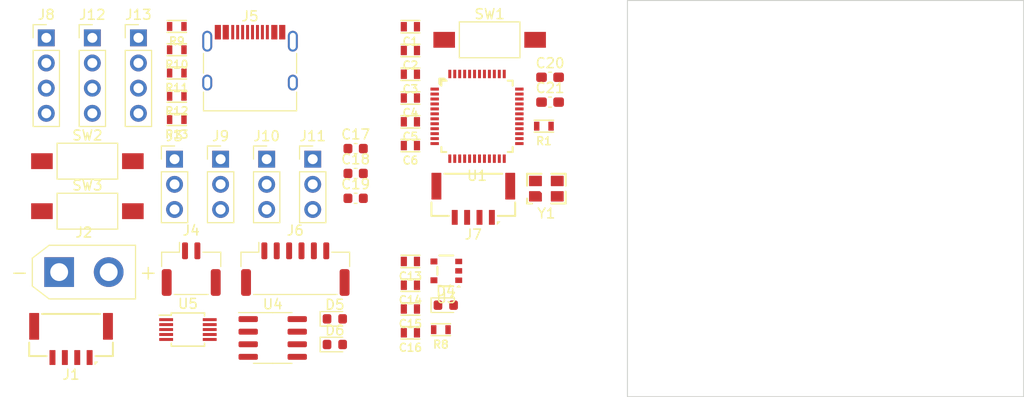
<source format=kicad_pcb>
(kicad_pcb (version 20221018) (generator pcbnew)
  (layers (0 "F.Cu" signal) (31 "B.Cu" signal) (34 "B.Paste" user) (35 "F.Paste" user) (36 "B.SilkS" user "B.Silkscreen") (37 "F.SilkS" user "F.Silkscreen") (38 "B.Mask" user) (39 "F.Mask" user) (44 "Edge.Cuts" user))
  (net 0 "")
  (net 1 "GND")
  (net 2 "/MCU/RESET")
  (net 3 "/MCU/VCC")
  (net 4 "/port/5V")
  (net 5 "/MCU/XTAL_I")
  (net 6 "/MCU/XTAL_O")
  (net 7 "Net-(D4-A)")
  (net 8 "/MCU/LED1")
  (net 9 "Net-(D5-A)")
  (net 10 "/MCU/LED2")
  (net 11 "Net-(D6-A)")
  (net 12 "/MCU/TXD")
  (net 13 "/MCU/RXD")
  (net 14 "/MCU/TIM1_CH1")
  (net 15 "/port/-")
  (net 16 "/port/+")
  (net 18 "/port/DP")
  (net 19 "/port/DN")
  (net 23 "/MCU/SPI_CS")
  (net 24 "/MCU/SPI_SCK")
  (net 25 "/MCU/SPI_MISO")
  (net 26 "/MCU/SPI_MOSI")
  (net 27 "/MCU/GPIO")
  (net 28 "/MCU/DIO")
  (net 29 "/MCU/CLK")
  (net 30 "/MCU/i2C1_SCL")
  (net 31 "/MCU/i2C1_SDA")
  (net 32 "/MCU/TIM1_CH2")
  (net 33 "/MCU/TIM2_CH2")
  (net 34 "/MCU/TIM2_CH1")
  (net 35 "/MCU/PB13")
  (net 36 "/MCU/PB12")
  (net 37 "/MCU/PB15")
  (net 38 "/MCU/PB14")
  (net 39 "/MCU/PB1")
  (net 40 "/MCU/PB2")
  (net 47 "/MCU/CAN_RX")
  (net 48 "/MCU/CAN_TX")
  (footprint "Capacitor_SMD:C_0603_1608Metric" (layer "F.Cu") (at 152.56 86.95)
    (fp_text reference "C17" (at 0 -1.43) (layer "F.SilkS"))
    (fp_text value "100n")
    (fp_line (start -0.14058 -0.51) (end 0.14058 -0.51) (stroke (width 0.12)) (layer "F.SilkS"))
    (fp_line (start -0.14058 0.51) (end 0.14058 0.51) (stroke (width 0.12)) (layer "F.SilkS"))
    (pad "1" smd roundrect (at -0.775 0) (size 0.9 0.95) (layers "F.Cu" "F.Paste" "F.Mask") (net 1 "GND"))
    (pad "2" smd roundrect (at 0.775 0) (size 0.9 0.95) (layers "F.Cu" "F.Paste" "F.Mask") (net 3 "/MCU/VCC"))
  )
  (footprint "PCM_001_GN_RCL_SMD:R0603(1608M)" (layer "F.Cu") (at 134.505 81.67)
    (fp_text reference "R12" (at 0 1.5) (layer "F.SilkS") (effects (font (size 0.8 0.8))))
    (fp_text value "10k")
    (fp_line (start -0.975 -0.6) (end 0.975 -0.6) (stroke (width 0.15)) (layer "F.SilkS"))
    (fp_line (start -0.975 0.6) (end 0.975 0.6) (stroke (width 0.15)) (layer "F.SilkS"))
    (pad "1" smd roundrect (at -0.725 0 90) (size 0.9 0.55) (layers "F.Cu" "F.Mask") (roundrect_rratio 0.05) (net 39 "/MCU/PB1"))
    (pad "2" smd roundrect (at 0.725 0 90) (size 0.9 0.55) (layers "F.Cu" "F.Mask") (roundrect_rratio 0.05) (net 3 "/MCU/VCC"))
  )
  (footprint "Connector_JST:JST_GH_SM06B-GHS-TB_1x06-1MP_P1.25mm_Horizontal" (layer "F.Cu") (at 146.47 99.12)
    (fp_text reference "J6" (at 0 -3.9) (layer "F.SilkS"))
    (fp_text value "Conn_01x06")
    (fp_line (start -5.485 -1.71) (end -3.685 -1.71) (stroke (width 0.12)) (layer "F.SilkS"))
    (fp_line (start -5.485 -0.26) (end -5.485 -1.71) (stroke (width 0.12)) (layer "F.SilkS"))
    (fp_line (start -4.215 2.56) (end 4.215 2.56) (stroke (width 0.12)) (layer "F.SilkS"))
    (fp_line (start -3.685 -1.71) (end -3.685 -2.7) (stroke (width 0.12)) (layer "F.SilkS"))
    (fp_line (start 5.485 -1.71) (end 3.685 -1.71) (stroke (width 0.12)) (layer "F.SilkS"))
    (fp_line (start 5.485 -0.26) (end 5.485 -1.71) (stroke (width 0.12)) (layer "F.SilkS"))
    (pad "1" smd roundrect (at -3.125 -1.85) (size 0.6 1.7) (layers "F.Cu" "F.Paste" "F.Mask") (net 23 "/MCU/SPI_CS"))
    (pad "2" smd roundrect (at -1.875 -1.85) (size 0.6 1.7) (layers "F.Cu" "F.Paste" "F.Mask") (net 24 "/MCU/SPI_SCK"))
    (pad "3" smd roundrect (at -0.625 -1.85) (size 0.6 1.7) (layers "F.Cu" "F.Paste" "F.Mask") (net 25 "/MCU/SPI_MISO"))
    (pad "4" smd roundrect (at 0.625 -1.85) (size 0.6 1.7) (layers "F.Cu" "F.Paste" "F.Mask") (net 26 "/MCU/SPI_MOSI"))
    (pad "5" smd roundrect (at 1.875 -1.85) (size 0.6 1.7) (layers "F.Cu" "F.Paste" "F.Mask") (net 27 "/MCU/GPIO"))
    (pad "6" smd roundrect (at 3.125 -1.85) (size 0.6 1.7) (layers "F.Cu" "F.Paste" "F.Mask") (net 1 "GND"))
    (pad "MP" smd roundrect (at -4.975 1.35) (size 1 2.7) (layers "F.Cu" "F.Paste" "F.Mask"))
    (pad "MP" smd roundrect (at 4.975 1.35) (size 1 2.7) (layers "F.Cu" "F.Paste" "F.Mask"))
  )
  (footprint "PCM_001_GN_RCL_SMD:R0603(1608M)" (layer "F.Cu") (at 134.505 79.32)
    (fp_text reference "R11" (at 0 1.5) (layer "F.SilkS") (effects (font (size 0.8 0.8))))
    (fp_text value "120")
    (fp_line (start -0.975 -0.6) (end 0.975 -0.6) (stroke (width 0.15)) (layer "F.SilkS"))
    (fp_line (start -0.975 0.6) (end 0.975 0.6) (stroke (width 0.15)) (layer "F.SilkS"))
    (pad "1" smd roundrect (at -0.725 0 90) (size 0.9 0.55) (layers "F.Cu" "F.Mask") (roundrect_rratio 0.05) (net 15 "/port/-"))
    (pad "2" smd roundrect (at 0.725 0 90) (size 0.9 0.55) (layers "F.Cu" "F.Mask") (roundrect_rratio 0.05) (net 16 "/port/+"))
  )
  (footprint "PCM_205_CONN_GH_SMD:GH1.25_H_4" (layer "F.Cu") (at 164.44 91.62)
    (fp_text reference "J7" (at 0 4 unlocked) (layer "F.SilkS"))
    (fp_text value "Conn_01x04")
    (fp_line (start -4.225 2.125) (end -4.225 0.775) (stroke (width 0.2)) (layer "F.SilkS"))
    (fp_line (start -2.925 -2.125) (end 2.925 -2.125) (stroke (width 0.2)) (layer "F.SilkS"))
    (fp_line (start -2.475 2.125) (end -4.225 2.125) (stroke (width 0.2)) (layer "F.SilkS"))
    (fp_line (start 2.475 2.125) (end 4.225 2.125) (stroke (width 0.2)) (layer "F.SilkS"))
    (fp_line (start 4.225 2.125) (end 4.225 0.775) (stroke (width 0.2)) (layer "F.SilkS"))
    (fp_poly (pts (xy 2.4 3) (xy 2.4 2.7) (xy 2.7 2.7)) (stroke (width 0.05)) (fill solid) (layer "F.SilkS"))
    (pad "1" smd roundrect (at 1.875 2.275 90) (size 1.5 0.6) (layers "F.Cu" "F.Paste" "F.Mask") (roundrect_rratio 0.05) (net 3 "/MCU/VCC"))
    (pad "2" smd roundrect (at 0.625 2.275 90) (size 1.5 0.6) (layers "F.Cu" "F.Paste" "F.Mask") (roundrect_rratio 0.05) (net 28 "/MCU/DIO"))
    (pad "3" smd roundrect (at -0.625 2.275 90) (size 1.5 0.6) (layers "F.Cu" "F.Paste" "F.Mask") (roundrect_rratio 0.05) (net 29 "/MCU/CLK"))
    (pad "4" smd roundrect (at -1.875 2.275 90) (size 1.5 0.6) (layers "F.Cu" "F.Paste" "F.Mask") (roundrect_rratio 0.05) (net 1 "GND"))
    (pad "MP" smd roundrect (at -3.725 -0.875 270) (size 2.7 1) (layers "F.Cu" "F.Paste" "F.Mask") (roundrect_rratio 0.05))
    (pad "MP" smd roundrect (at 3.725 -0.875 90) (size 2.7 1) (layers "F.Cu" "F.Paste" "F.Mask") (roundrect_rratio 0.05))
  )
  (footprint "PCM_001_GN_RCL_SMD:R0603(1608M)" (layer "F.Cu") (at 161.165 105.23)
    (fp_text reference "R8" (at 0 1.5) (layer "F.SilkS") (effects (font (size 0.8 0.8))))
    (fp_text value "10k")
    (fp_line (start -0.975 -0.6) (end 0.975 -0.6) (stroke (width 0.15)) (layer "F.SilkS"))
    (fp_line (start -0.975 0.6) (end 0.975 0.6) (stroke (width 0.15)) (layer "F.SilkS"))
    (pad "1" smd roundrect (at -0.725 0 90) (size 0.9 0.55) (layers "F.Cu" "F.Mask") (roundrect_rratio 0.05) (net 7 "Net-(D4-A)"))
    (pad "2" smd roundrect (at 0.725 0 90) (size 0.9 0.55) (layers "F.Cu" "F.Mask") (roundrect_rratio 0.05) (net 3 "/MCU/VCC"))
  )
  (footprint "Connector_PinHeader_2.54mm:PinHeader_1x03_P2.54mm_Vertical" (layer "F.Cu") (at 138.93 88.02)
    (fp_text reference "J9" (at 0 -2.33) (layer "F.SilkS"))
    (fp_text value "Conn_01x03")
    (fp_line (start -1.33 -1.33) (end 0 -1.33) (stroke (width 0.12)) (layer "F.SilkS"))
    (fp_line (start -1.33 0) (end -1.33 -1.33) (stroke (width 0.12)) (layer "F.SilkS"))
    (fp_line (start -1.33 1.27) (end -1.33 6.41) (stroke (width 0.12)) (layer "F.SilkS"))
    (fp_line (start -1.33 1.27) (end 1.33 1.27) (stroke (width 0.12)) (layer "F.SilkS"))
    (fp_line (start -1.33 6.41) (end 1.33 6.41) (stroke (width 0.12)) (layer "F.SilkS"))
    (fp_line (start 1.33 1.27) (end 1.33 6.41) (stroke (width 0.12)) (layer "F.SilkS"))
    (pad "1" thru_hole rect (at 0 0) (size 1.7 1.7) (drill 1) (layers "*.Cu" "*.Mask") (net 4 "/port/5V"))
    (pad "2" thru_hole oval (at 0 2.54) (size 1.7 1.7) (drill 1) (layers "*.Cu" "*.Mask") (net 32 "/MCU/TIM1_CH2"))
    (pad "3" thru_hole oval (at 0 5.08) (size 1.7 1.7) (drill 1) (layers "*.Cu" "*.Mask") (net 1 "GND"))
  )
  (footprint "PCM_001_GN_RCL_SMD:R0603(1608M)" (layer "F.Cu") (at 134.505 76.97)
    (fp_text reference "R10" (at 0 1.5) (layer "F.SilkS") (effects (font (size 0.8 0.8))))
    (fp_text value "1K")
    (fp_line (start -0.975 -0.6) (end 0.975 -0.6) (stroke (width 0.15)) (layer "F.SilkS"))
    (fp_line (start -0.975 0.6) (end 0.975 0.6) (stroke (width 0.15)) (layer "F.SilkS"))
    (pad "1" smd roundrect (at -0.725 0 90) (size 0.9 0.55) (layers "F.Cu" "F.Mask") (roundrect_rratio 0.05) (net 3 "/MCU/VCC"))
    (pad "2" smd roundrect (at 0.725 0 90) (size 0.9 0.55) (layers "F.Cu" "F.Mask") (roundrect_rratio 0.05) (net 11 "Net-(D6-A)"))
  )
  (footprint "Button_Switch_SMD:SW_SPST_FSMSM" (layer "F.Cu") (at 166.09 75.97)
    (fp_text reference "SW1" (at 0 -2.6) (layer "F.SilkS"))
    (fp_text value " ")
    (fp_line (start -3.06 -1.81) (end 3.06 -1.81) (stroke (width 0.12)) (layer "F.SilkS"))
    (fp_line (start -3.06 1.81) (end -3.06 -1.81) (stroke (width 0.12)) (layer "F.SilkS"))
    (fp_line (start 3.06 -1.81) (end 3.06 1.81) (stroke (width 0.12)) (layer "F.SilkS"))
    (fp_line (start 3.06 1.81) (end -3.06 1.81) (stroke (width 0.12)) (layer "F.SilkS"))
    (pad "1" smd rect (at -4.59 0) (size 2.18 1.6) (layers "F.Cu" "F.Paste" "F.Mask") (net 2 "/MCU/RESET"))
    (pad "2" smd rect (at 4.59 0) (size 2.18 1.6) (layers "F.Cu" "F.Paste" "F.Mask") (net 1 "GND"))
  )
  (footprint "Capacitor_SMD:C_0603_1608Metric" (layer "F.Cu") (at 152.56 91.97)
    (fp_text reference "C19" (at 0 -1.43) (layer "F.SilkS"))
    (fp_text value "100n")
    (fp_line (start -0.14058 -0.51) (end 0.14058 -0.51) (stroke (width 0.12)) (layer "F.SilkS"))
    (fp_line (start -0.14058 0.51) (end 0.14058 0.51) (stroke (width 0.12)) (layer "F.SilkS"))
    (pad "1" smd roundrect (at -0.775 0) (size 0.9 0.95) (layers "F.Cu" "F.Paste" "F.Mask") (net 3 "/MCU/VCC"))
    (pad "2" smd roundrect (at 0.775 0) (size 0.9 0.95) (layers "F.Cu" "F.Paste" "F.Mask") (net 1 "GND"))
  )
  (footprint "PCM_001_GN_RCL_SMD:C0603(1608M)" (layer "F.Cu") (at 158.09 103.145)
    (fp_text reference "C15" (at 0 1.5) (layer "F.SilkS") (effects (font (size 0.8 0.8))))
    (fp_text value "100n")
    (fp_line (start -0.95 -0.625) (end 0.95 -0.625) (stroke (width 0.15)) (layer "F.SilkS"))
    (fp_line (start -0.95 0.625) (end 0.95 0.625) (stroke (width 0.15)) (layer "F.SilkS"))
    (pad "1" smd roundrect (at -0.6625 0 90) (size 0.95 0.625) (layers "F.Cu" "F.Mask") (roundrect_rratio 0.05) (net 1 "GND"))
    (pad "2" smd roundrect (at 0.6625 0 90) (size 0.95 0.625) (layers "F.Cu" "F.Mask") (roundrect_rratio 0.05) (net 3 "/MCU/VCC"))
  )
  (footprint "Connector_PinHeader_2.54mm:PinHeader_1x04_P2.54mm_Vertical" (layer "F.Cu") (at 130.63 75.77)
    (fp_text reference "J13" (at 0 -2.33) (layer "F.SilkS"))
    (fp_text value "Conn_01x04")
    (fp_line (start -1.33 -1.33) (end 0 -1.33) (stroke (width 0.12)) (layer "F.SilkS"))
    (fp_line (start -1.33 0) (end -1.33 -1.33) (stroke (width 0.12)) (layer "F.SilkS"))
    (fp_line (start -1.33 1.27) (end -1.33 8.95) (stroke (width 0.12)) (layer "F.SilkS"))
    (fp_line (start -1.33 1.27) (end 1.33 1.27) (stroke (width 0.12)) (layer "F.SilkS"))
    (fp_line (start -1.33 8.95) (end 1.33 8.95) (stroke (width 0.12)) (layer "F.SilkS"))
    (fp_line (start 1.33 1.27) (end 1.33 8.95) (stroke (width 0.12)) (layer "F.SilkS"))
    (pad "1" thru_hole rect (at 0 0) (size 1.7 1.7) (drill 1) (layers "*.Cu" "*.Mask") (net 3 "/MCU/VCC"))
    (pad "2" thru_hole oval (at 0 2.54) (size 1.7 1.7) (drill 1) (layers "*.Cu" "*.Mask") (net 37 "/MCU/PB15"))
    (pad "3" thru_hole oval (at 0 5.08) (size 1.7 1.7) (drill 1) (layers "*.Cu" "*.Mask") (net 38 "/MCU/PB14"))
    (pad "4" thru_hole oval (at 0 7.62) (size 1.7 1.7) (drill 1) (layers "*.Cu" "*.Mask") (net 1 "GND"))
  )
  (footprint "Capacitor_SMD:C_0603_1608Metric_Pad1.08x0.95mm_HandSolder" (layer "F.Cu") (at 172.19 79.75)
    (fp_text reference "C20" (at 0 -1.43) (layer "F.SilkS"))
    (fp_text value "12p")
    (fp_line (start -0.146267 -0.51) (end 0.146267 -0.51) (stroke (width 0.12)) (layer "F.SilkS"))
    (fp_line (start -0.146267 0.51) (end 0.146267 0.51) (stroke (width 0.12)) (layer "F.SilkS"))
    (pad "1" smd roundrect (at -0.8625 0) (size 1.075 0.95) (layers "F.Cu" "F.Paste" "F.Mask") (net 5 "/MCU/XTAL_I"))
    (pad "2" smd roundrect (at 0.8625 0) (size 1.075 0.95) (layers "F.Cu" "F.Paste" "F.Mask") (net 1 "GND"))
  )
  (footprint "Connector_AMASS:AMASS_XT30UPB-M_1x02_P5.0mm_Vertical" (layer "F.Cu") (at 122.63 99.42)
    (fp_text reference "J2" (at 2.5 -4) (layer "F.SilkS"))
    (fp_text value "Conn_01x02")
    (fp_text user "+" (at 9 0) (layer "F.SilkS") (effects (font (size 1.5 1.5))))
    (fp_text user "-" (at -4 0) (layer "F.SilkS") (effects (font (size 1.5 1.5))))
    (fp_line (start -2.71 -1.41) (end -2.71 1.41) (stroke (width 0.12)) (layer "F.SilkS"))
    (fp_line (start -2.71 -1.41) (end -1.01 -2.71) (stroke (width 0.12)) (layer "F.SilkS"))
    (fp_line (start -2.71 1.41) (end -1.01 2.71) (stroke (width 0.12)) (layer "F.SilkS"))
    (fp_line (start -1.01 -2.71) (end 7.71 -2.71) (stroke (width 0.12)) (layer "F.SilkS"))
    (fp_line (start -1.01 2.71) (end 7.71 2.71) (stroke (width 0.12)) (layer "F.SilkS"))
    (fp_line (start 7.71 -2.71) (end 7.71 2.71) (stroke (width 0.12)) (layer "F.SilkS"))
    (pad "1" thru_hole rect (at 0 0) (size 3 3) (drill 1.8) (layers "*.Cu" "*.Mask") (net 1 "GND"))
    (pad "2" thru_hole circle (at 5 0) (size 3 3) (drill 1.8) (layers "*.Cu" "*.Mask") (net 4 "/port/5V"))
  )
  (footprint "Connector_PinHeader_2.54mm:PinHeader_1x03_P2.54mm_Vertical" (layer "F.Cu") (at 143.58 88.02)
    (fp_text reference "J10" (at 0 -2.33) (layer "F.SilkS"))
    (fp_text value "Conn_01x03")
    (fp_line (start -1.33 -1.33) (end 0 -1.33) (stroke (width 0.12)) (layer "F.SilkS"))
    (fp_line (start -1.33 0) (end -1.33 -1.33) (stroke (width 0.12)) (layer "F.SilkS"))
    (fp_line (start -1.33 1.27) (end -1.33 6.41) (stroke (width 0.12)) (layer "F.SilkS"))
    (fp_line (start -1.33 1.27) (end 1.33 1.27) (stroke (width 0.12)) (layer "F.SilkS"))
    (fp_line (start -1.33 6.41) (end 1.33 6.41) (stroke (width 0.12)) (layer "F.SilkS"))
    (fp_line (start 1.33 1.27) (end 1.33 6.41) (stroke (width 0.12)) (layer "F.SilkS"))
    (pad "1" thru_hole rect (at 0 0) (size 1.7 1.7) (drill 1) (layers "*.Cu" "*.Mask") (net 4 "/port/5V"))
    (pad "2" thru_hole oval (at 0 2.54) (size 1.7 1.7) (drill 1) (layers "*.Cu" "*.Mask") (net 33 "/MCU/TIM2_CH2"))
    (pad "3" thru_hole oval (at 0 5.08) (size 1.7 1.7) (drill 1) (layers "*.Cu" "*.Mask") (net 1 "GND"))
  )
  (footprint "Connector_JST:JST_GH_SM02B-GHS-TB_1x02-1MP_P1.25mm_Horizontal" (layer "F.Cu") (at 135.96 99.12)
    (fp_text reference "J4" (at 0 -3.9) (layer "F.SilkS"))
    (fp_text value "Conn_01x02")
    (fp_line (start -2.985 -1.71) (end -1.185 -1.71) (stroke (width 0.12)) (layer "F.SilkS"))
    (fp_line (start -2.985 -0.26) (end -2.985 -1.71) (stroke (width 0.12)) (layer "F.SilkS"))
    (fp_line (start -1.715 2.56) (end 1.715 2.56) (stroke (width 0.12)) (layer "F.SilkS"))
    (fp_line (start -1.185 -1.71) (end -1.185 -2.7) (stroke (width 0.12)) (layer "F.SilkS"))
    (fp_line (start 2.985 -1.71) (end 1.185 -1.71) (stroke (width 0.12)) (layer "F.SilkS"))
    (fp_line (start 2.985 -0.26) (end 2.985 -1.71) (stroke (width 0.12)) (layer "F.SilkS"))
    (pad "1" smd roundrect (at -0.625 -1.85) (size 0.6 1.7) (layers "F.Cu" "F.Paste" "F.Mask") (net 15 "/port/-"))
    (pad "2" smd roundrect (at 0.625 -1.85) (size 0.6 1.7) (layers "F.Cu" "F.Paste" "F.Mask") (net 16 "/port/+"))
    (pad "MP" smd roundrect (at -2.475 1.35) (size 1 2.7) (layers "F.Cu" "F.Paste" "F.Mask"))
    (pad "MP" smd roundrect (at 2.475 1.35) (size 1 2.7) (layers "F.Cu" "F.Paste" "F.Mask"))
  )
  (footprint "PCM_001_GN_RCL_SMD:C0603(1608M)" (layer "F.Cu") (at 158.09 79.445)
    (fp_text reference "C3" (at 0 1.5) (layer "F.SilkS") (effects (font (size 0.8 0.8))))
    (fp_text value "100n")
    (fp_line (start -0.95 -0.625) (end 0.95 -0.625) (stroke (width 0.15)) (layer "F.SilkS"))
    (fp_line (start -0.95 0.625) (end 0.95 0.625) (stroke (width 0.15)) (layer "F.SilkS"))
    (pad "1" smd roundrect (at -0.6625 0 90) (size 0.95 0.625) (layers "F.Cu" "F.Mask") (roundrect_rratio 0.05) (net 1 "GND"))
    (pad "2" smd roundrect (at 0.6625 0 90) (size 0.95 0.625) (layers "F.Cu" "F.Mask") (roundrect_rratio 0.05) (net 3 "/MCU/VCC"))
  )
  (footprint "PCM_001_GN_RCL_SMD:R0603(1608M)" (layer "F.Cu") (at 134.505 74.62)
    (fp_text reference "R9" (at 0 1.5) (layer "F.SilkS") (effects (font (size 0.8 0.8))))
    (fp_text value "1K")
    (fp_line (start -0.975 -0.6) (end 0.975 -0.6) (stroke (width 0.15)) (layer "F.SilkS"))
    (fp_line (start -0.975 0.6) (end 0.975 0.6) (stroke (width 0.15)) (layer "F.SilkS"))
    (pad "1" smd roundrect (at -0.725 0 90) (size 0.9 0.55) (layers "F.Cu" "F.Mask") (roundrect_rratio 0.05) (net 3 "/MCU/VCC"))
    (pad "2" smd roundrect (at 0.725 0 90) (size 0.9 0.55) (layers "F.Cu" "F.Mask") (roundrect_rratio 0.05) (net 9 "Net-(D5-A)"))
  )
  (footprint "PCM_004_GN_MIDDLE-SEMI_SMD:QFP-48_7070" (layer "F.Cu") (at 164.815 83.695)
    (fp_text reference "U1" (at 0 6 unlocked) (layer "F.SilkS"))
    (fp_text value "STM32F103C8Tx")
    (fp_line (start -3.6 3.1) (end -3.6 3.6) (stroke (width 0.2)) (layer "F.SilkS"))
    (fp_line (start -3.6 3.6) (end -3.1 3.6) (stroke (width 0.2)) (layer "F.SilkS"))
    (fp_line (start 3.1 3.6) (end 3.6 3.6) (stroke (width 0.2)) (layer "F.SilkS"))
    (fp_line (start 3.6 -3.6) (end 3.1 -3.6) (stroke (width 0.2)) (layer "F.SilkS"))
    (fp_line (start 3.6 -3.1) (end 3.6 -3.6) (stroke (width 0.2)) (layer "F.SilkS"))
    (fp_line (start 3.6 3.6) (end 3.6 3.1) (stroke (width 0.2)) (layer "F.SilkS"))
    (fp_poly (pts (xy -3.1 -3.6) (xy -3.6 -3.6) (xy -3.6 -3.1) (xy -3.8 -3.3) (xy -3.8 -3.8) (xy -3.3 -3.8)) (stroke (width 0.2)) (fill solid) (layer "F.SilkS"))
    (pad "1" smd roundrect (at -4.275 -2.75) (size 0.85 0.3) (layers "F.Cu" "F.Paste" "F.Mask") (roundrect_rratio 0.05) (net 3 "/MCU/VCC"))
    (pad "2" smd roundrect (at -4.275 -2.25) (size 0.85 0.3) (layers "F.Cu" "F.Paste" "F.Mask") (roundrect_rratio 0.05))
    (pad "3" smd roundrect (at -4.275 -1.75) (size 0.85 0.3) (layers "F.Cu" "F.Paste" "F.Mask") (roundrect_rratio 0.05))
    (pad "4" smd roundrect (at -4.275 -1.25) (size 0.85 0.3) (layers "F.Cu" "F.Paste" "F.Mask") (roundrect_rratio 0.05))
    (pad "5" smd roundrect (at -4.275 -0.75) (size 0.85 0.3) (layers "F.Cu" "F.Paste" "F.Mask") (roundrect_rratio 0.05) (net 5 "/MCU/XTAL_I"))
    (pad "6" smd roundrect (at -4.275 -0.25) (size 0.85 0.3) (layers "F.Cu" "F.Paste" "F.Mask") (roundrect_rratio 0.05) (net 6 "/MCU/XTAL_O"))
    (pad "7" smd roundrect (at -4.275 0.25) (size 0.85 0.3) (layers "F.Cu" "F.Paste" "F.Mask") (roundrect_rratio 0.05) (net 2 "/MCU/RESET"))
    (pad "8" smd roundrect (at -4.275 0.75) (size 0.85 0.3) (layers "F.Cu" "F.Paste" "F.Mask") (roundrect_rratio 0.05) (net 1 "GND"))
    (pad "9" smd roundrect (at -4.275 1.25) (size 0.85 0.3) (layers "F.Cu" "F.Paste" "F.Mask") (roundrect_rratio 0.05) (net 3 "/MCU/VCC"))
    (pad "10" smd roundrect (at -4.275 1.75) (size 0.85 0.3) (layers "F.Cu" "F.Paste" "F.Mask") (roundrect_rratio 0.05) (net 8 "/MCU/LED1"))
    (pad "11" smd roundrect (at -4.275 2.25) (size 0.85 0.3) (layers "F.Cu" "F.Paste" "F.Mask") (roundrect_rratio 0.05) (net 10 "/MCU/LED2"))
    (pad "12" smd roundrect (at -4.275 2.75) (size 0.85 0.3) (layers "F.Cu" "F.Paste" "F.Mask") (roundrect_rratio 0.05) (net 12 "/MCU/TXD"))
    (pad "13" smd roundrect (at -2.75 4.275 90) (size 0.85 0.3) (layers "F.Cu" "F.Paste" "F.Mask") (roundrect_rratio 0.05) (net 13 "/MCU/RXD"))
    (pad "14" smd roundrect (at -2.25 4.275 90) (size 0.85 0.3) (layers "F.Cu" "F.Paste" "F.Mask") (roundrect_rratio 0.05) (net 23 "/MCU/SPI_CS"))
    (pad "15" smd roundrect (at -1.75 4.275 90) (size 0.85 0.3) (layers "F.Cu" "F.Paste" "F.Mask") (roundrect_rratio 0.05) (net 24 "/MCU/SPI_SCK"))
    (pad "16" smd roundrect (at -1.25 4.275 90) (size 0.85 0.3) (layers "F.Cu" "F.Paste" "F.Mask") (roundrect_rratio 0.05) (net 25 "/MCU/SPI_MISO"))
    (pad "17" smd roundrect (at -0.75 4.275 90) (size 0.85 0.3) (layers "F.Cu" "F.Paste" "F.Mask") (roundrect_rratio 0.05) (net 26 "/MCU/SPI_MOSI"))
    (pad "18" smd roundrect (at -0.25 4.275 90) (size 0.85 0.3) (layers "F.Cu" "F.Paste" "F.Mask") (roundrect_rratio 0.05) (net 27 "/MCU/GPIO"))
    (pad "19" smd roundrect (at 0.25 4.275 90) (size 0.85 0.3) (layers "F.Cu" "F.Paste" "F.Mask") (roundrect_rratio 0.05) (net 39 "/MCU/PB1"))
    (pad "20" smd roundrect (at 0.75 4.275 90) (size 0.85 0.3) (layers "F.Cu" "F.Paste" "F.Mask") (roundrect_rratio 0.05) (net 40 "/MCU/PB2"))
    (pad "21" smd roundrect (at 1.25 4.275 90) (size 0.85 0.3) (layers "F.Cu" "F.Paste" "F.Mask") (roundrect_rratio 0.05))
    (pad "22" smd roundrect (at 1.75 4.275 90) (size 0.85 0.3) (layers "F.Cu" "F.Paste" "F.Mask") (roundrect_rratio 0.05))
    (pad "23" smd roundrect (at 2.25 4.275 90) (size 0.85 0.3) (layers "F.Cu" "F.Paste" "F.Mask") (roundrect_rratio 0.05) (net 1 "GND"))
    (pad "24" smd roundrect (at 2.75 4.275 90) (size 0.85 0.3) (layers "F.Cu" "F.Paste" "F.Mask") (roundrect_rratio 0.05) (net 3 "/MCU/VCC"))
    (pad "25" smd roundrect (at 4.275 2.75) (size 0.85 0.3) (layers "F.Cu" "F.Paste" "F.Mask") (roundrect_rratio 0.05) (net 36 "/MCU/PB12"))
    (pad "26" smd roundrect (at 4.275 2.25) (size 0.85 0.3) (layers "F.Cu" "F.Paste" "F.Mask") (roundrect_rratio 0.05) (net 35 "/MCU/PB13"))
    (pad "27" smd roundrect (at 4.275 1.75) (size 0.85 0.3) (layers "F.Cu" "F.Paste" "F.Mask") (roundrect_rratio 0.05) (net 38 "/MCU/PB14"))
    (pad "28" smd roundrect (at 4.275 1.25) (size 0.85 0.3) (layers "F.Cu" "F.Paste" "F.Mask") (roundrect_rratio 0.05) (net 37 "/MCU/PB15"))
    (pad "29" smd roundrect (at 4.275 0.75) (size 0.85 0.3) (layers "F.Cu" "F.Paste" "F.Mask") (roundrect_rratio 0.05) (net 14 "/MCU/TIM1_CH1"))
    (pad "30" smd roundrect (at 4.275 0.25) (size 0.85 0.3) (layers "F.Cu" "F.Paste" "F.Mask") (roundrect_rratio 0.05) (net 32 "/MCU/TIM1_CH2"))
    (pad "31" smd roundrect (at 4.275 -0.25) (size 0.85 0.3) (layers "F.Cu" "F.Paste" "F.Mask") (roundrect_rratio 0.05))
    (pad "32" smd roundrect (at 4.275 -0.75) (size 0.85 0.3) (layers "F.Cu" "F.Paste" "F.Mask") (roundrect_rratio 0.05) (net 47 "/MCU/CAN_RX"))
    (pad "33" smd roundrect (at 4.275 -1.25) (size 0.85 0.3) (layers "F.Cu" "F.Paste" "F.Mask") (roundrect_rratio 0.05) (net 48 "/MCU/CAN_TX"))
    (pad "34" smd roundrect (at 4.275 -1.75) (size 0.85 0.3) (layers "F.Cu" "F.Paste" "F.Mask") (roundrect_rratio 0.05) (net 28 "/MCU/DIO"))
    (pad "35" smd roundrect (at 4.275 -2.25) (size 0.85 0.3) (layers "F.Cu" "F.Paste" "F.Mask") (roundrect_rratio 0.05) (net 1 "GND"))
    (pad "36" smd roundrect (at 4.275 -2.75) (size 0.85 0.3) (layers "F.Cu" "F.Paste" "F.Mask") (roundrect_rratio 0.05) (net 3 "/MCU/VCC"))
    (pad "37" smd roundrect (at 2.75 -4.275 90) (size 0.85 0.3) (layers "F.Cu" "F.Paste" "F.Mask") (roundrect_rratio 0.05) (net 29 "/MCU/CLK"))
    (pad "38" smd roundrect (at 2.25 -4.275 90) (size 0.85 0.3) (layers "F.Cu" "F.Paste" "F.Mask") (roundrect_rratio 0.05) (net 34 "/MCU/TIM2_CH1"))
    (pad "39" smd roundrect (at 1.75 -4.275 90) (size 0.85 0.3) (layers "F.Cu" "F.Paste" "F.Mask") (roundrect_rratio 0.05) (net 33 "/MCU/TIM2_CH2"))
    (pad "40" smd roundrect (at 1.25 -4.275 90) (size 0.85 0.3) (layers "F.Cu" "F.Paste" "F.Mask") (roundrect_rratio 0.05))
    (pad "41" smd roundrect (at 0.75 -4.275 90) (size 0.85 0.3) (layers "F.Cu" "F.Paste" "F.Mask") (roundrect_rratio 0.05))
    (pad "42" smd roundrect (at 0.25 -4.275 90) (size 0.85 0.3) (layers "F.Cu" "F.Paste" "F.Mask") (roundrect_rratio 0.05) (net 30 "/MCU/i2C1_SCL"))
    (pad "43" smd roundrect (at -0.25 -4.275 90) (size 0.85 0.3) (layers "F.Cu" "F.Paste" "F.Mask") (roundrect_rratio 0.05) (net 31 "/MCU/i2C1_SDA"))
    (pad "44" smd roundrect (at -0.75 -4.275 90) (size 0.85 0.3) (layers "F.Cu" "F.Paste" "F.Mask") (roundrect_rratio 0.05) (net 1 "GND"))
    (pad "45" smd roundrect (at -1.25 -4.275 90) (size 0.85 0.3) (layers "F.Cu" "F.Paste" "F.Mask") (roundrect_rratio 0.05))
    (pad "46" smd roundrect (at -1.75 -4.275 90) (size 0.85 0.3) (layers "F.Cu" "F.Paste" "F.Mask") (roundrect_rratio 0.05))
    (pad "47" smd roundrect (at -2.25 -4.275 90) (size 0.85 0.3) (layers "F.Cu" "F.Paste" "F.Mask") (roundrect_rratio 0.05) (net 1 "GND"))
    (pad "48" smd roundrect (at -2.75 -4.275 90) (size 0.85 0.3) (layers "F.Cu" "F.Paste" "F.Mask") (roundrect_rratio 0.05) (net 3 "/MCU/VCC"))
  )
  (footprint "LED_SMD:LED_0603_1608Metric" (layer "F.Cu") (at 150.46 106.73)
    (fp_text reference "D6" (at 0 -1.43) (layer "F.SilkS"))
    (fp_text value "LED")
    (fp_line (start -1.485 -0.735) (end -1.485 0.735) (stroke (width 0.12)) (layer "F.SilkS"))
    (fp_line (start -1.485 0.735) (end 0.8 0.735) (stroke (width 0.12)) (layer "F.SilkS"))
    (fp_line (start 0.8 -0.735) (end -1.485 -0.735) (stroke (width 0.12)) (layer "F.SilkS"))
    (pad "1" smd roundrect (at -0.7875 0) (size 0.875 0.95) (layers "F.Cu" "F.Paste" "F.Mask") (net 10 "/MCU/LED2"))
    (pad "2" smd roundrect (at 0.7875 0) (size 0.875 0.95) (layers "F.Cu" "F.Paste" "F.Mask") (net 11 "Net-(D6-A)"))
  )
  (footprint "Button_Switch_SMD:SW_SPST_FSMSM" (layer "F.Cu") (at 125.48 93.27)
    (fp_text reference "SW3" (at 0 -2.6) (layer "F.SilkS"))
    (fp_text value " ")
    (fp_line (start -3.06 -1.81) (end 3.06 -1.81) (stroke (width 0.12)) (layer "F.SilkS"))
    (fp_line (start -3.06 1.81) (end -3.06 -1.81) (stroke (width 0.12)) (layer "F.SilkS"))
    (fp_line (start 3.06 -1.81) (end 3.06 1.81) (stroke (width 0.12)) (layer "F.SilkS"))
    (fp_line (start 3.06 1.81) (end -3.06 1.81) (stroke (width 0.12)) (layer "F.SilkS"))
    (pad "1" smd rect (at -4.59 0) (size 2.18 1.6) (layers "F.Cu" "F.Paste" "F.Mask") (net 40 "/MCU/PB2"))
    (pad "2" smd rect (at 4.59 0) (size 2.18 1.6) (layers "F.Cu" "F.Paste" "F.Mask") (net 1 "GND"))
  )
  (footprint "PCM_006_GN_XTAL_OSC_SMD:SMD-4_3225" (layer "F.Cu") (at 171.815 90.995)
    (fp_text reference "Y1" (at 0 2.5 unlocked) (layer "F.SilkS"))
    (fp_text value "12M")
    (fp_line (start -1.95 -1.5) (end -0.5 -1.5) (stroke (width 0.2)) (layer "F.SilkS"))
    (fp_line (start -1.95 -0.3) (end -1.95 -1.5) (stroke (width 0.2)) (layer "F.SilkS"))
    (fp_line (start -1.95 1) (end -1.95 1.5) (stroke (width 0.2)) (layer "F.SilkS"))
    (fp_line (start -1.95 1.5) (end -1.45 1.5) (stroke (width 0.2)) (layer "F.SilkS"))
    (fp_line (start 1.95 -1.5) (end 0.5 -1.5) (stroke (width 0.2)) (layer "F.SilkS"))
    (fp_line (start 1.95 -0.3) (end 1.95 -1.5) (stroke (width 0.2)) (layer "F.SilkS"))
    (fp_line (start 1.95 0.3) (end 1.95 1.5) (stroke (width 0.2)) (layer "F.SilkS"))
    (fp_line (start 1.95 1.5) (end 0.5 1.5) (stroke (width 0.2)) (layer "F.SilkS"))
    (pad "1" smd roundrect (at -1.1 0.775) (size 1.3 1.05) (layers "F.Cu" "F.Paste" "F.Mask") (roundrect_rratio 0.05) (chamfer_ratio 0.2) (chamfer top_right) (net 5 "/MCU/XTAL_I"))
    (pad "2" smd roundrect (at 1.1 0.775) (size 1.3 1.05) (layers "F.Cu" "F.Paste" "F.Mask") (roundrect_rratio 0.05) (net 1 "GND"))
    (pad "3" smd roundrect (at 1.1 -0.775) (size 1.3 1.05) (layers "F.Cu" "F.Paste" "F.Mask") (roundrect_rratio 0.05) (net 6 "/MCU/XTAL_O"))
    (pad "4" smd roundrect (at -1.1 -0.775) (size 1.3 1.05) (layers "F.Cu" "F.Paste" "F.Mask") (roundrect_rratio 0.05) (net 1 "GND"))
  )
  (footprint "PCM_001_GN_RCL_SMD:C0603(1608M)" (layer "F.Cu") (at 158.09 84.245)
    (fp_text reference "C5" (at 0 1.5) (layer "F.SilkS") (effects (font (size 0.8 0.8))))
    (fp_text value "100n")
    (fp_line (start -0.95 -0.625) (end 0.95 -0.625) (stroke (width 0.15)) (layer "F.SilkS"))
    (fp_line (start -0.95 0.625) (end 0.95 0.625) (stroke (width 0.15)) (layer "F.SilkS"))
    (pad "1" smd roundrect (at -0.6625 0 90) (size 0.95 0.625) (layers "F.Cu" "F.Mask") (roundrect_rratio 0.05) (net 1 "GND"))
    (pad "2" smd roundrect (at 0.6625 0 90) (size 0.95 0.625) (layers "F.Cu" "F.Mask") (roundrect_rratio 0.05) (net 3 "/MCU/VCC"))
  )
  (footprint "PCM_001_GN_RCL_SMD:C0603(1608M)" (layer "F.Cu") (at 158.09 81.845)
    (fp_text reference "C4" (at 0 1.5) (layer "F.SilkS") (effects (font (size 0.8 0.8))))
    (fp_text value "100n")
    (fp_line (start -0.95 -0.625) (end 0.95 -0.625) (stroke (width 0.15)) (layer "F.SilkS"))
    (fp_line (start -0.95 0.625) (end 0.95 0.625) (stroke (width 0.15)) (layer "F.SilkS"))
    (pad "1" smd roundrect (at -0.6625 0 90) (size 0.95 0.625) (layers "F.Cu" "F.Mask") (roundrect_rratio 0.05) (net 1 "GND"))
    (pad "2" smd roundrect (at 0.6625 0 90) (size 0.95 0.625) (layers "F.Cu" "F.Mask") (roundrect_rratio 0.05) (net 3 "/MCU/VCC"))
  )
  (footprint "PCM_001_GN_RCL_SMD:C0603(1608M)" (layer "F.Cu") (at 158.09 100.745)
    (fp_text reference "C14" (at 0 1.5) (layer "F.SilkS") (effects (font (size 0.8 0.8))))
    (fp_text value "100n")
    (fp_line (start -0.95 -0.625) (end 0.95 -0.625) (stroke (width 0.15)) (layer "F.SilkS"))
    (fp_line (start -0.95 0.625) (end 0.95 0.625) (stroke (width 0.15)) (layer "F.SilkS"))
    (pad "1" smd roundrect (at -0.6625 0 90) (size 0.95 0.625) (layers "F.Cu" "F.Mask") (roundrect_rratio 0.05) (net 1 "GND"))
    (pad "2" smd roundrect (at 0.6625 0 90) (size 0.95 0.625) (layers "F.Cu" "F.Mask") (roundrect_rratio 0.05) (net 4 "/port/5V"))
  )
  (footprint "Connector_USB:USB_C_Receptacle_HRO_TYPE-C-31-M-12" (layer "F.Cu") (at 141.9 79.24)
    (fp_text reference "J5" (at 0 -5.645) (layer "F.SilkS"))
    (fp_text value "USB_C_Receptacle_USB2.0")
    (fp_line (start -4.7 -1.9) (end -4.7 0.1) (stroke (width 0.12)) (layer "F.SilkS"))
    (fp_line (start -4.7 2) (end -4.7 3.9) (stroke (width 0.12)) (layer "F.SilkS"))
    (fp_line (start -4.7 3.9) (end 4.7 3.9) (stroke (width 0.12)) (layer "F.SilkS"))
    (fp_line (start 4.7 -1.9) (end 4.7 0.1) (stroke (width 0.12)) (layer "F.SilkS"))
    (fp_line (start 4.7 2) (end 4.7 3.9) (stroke (width 0.12)) (layer "F.SilkS"))
    (pad "" np_thru_hole circle (at -2.89 -2.6) (size 0.65 0.65) (drill 0.65) (layers "*.Cu" "*.Mask"))
    (pad "" np_thru_hole circle (at 2.89 -2.6) (size 0.65 0.65) (drill 0.65) (layers "*.Cu" "*.Mask"))
    (pad "A1" smd rect (at -3.25 -4.045) (size 0.6 1.45) (layers "F.Cu" "F.Paste" "F.Mask") (net 1 "GND"))
    (pad "A4" smd rect (at -2.45 -4.045) (size 0.6 1.45) (layers "F.Cu" "F.Paste" "F.Mask") (net 4 "/port/5V"))
    (pad "A5" smd rect (at -1.25 -4.045) (size 0.3 1.45) (layers "F.Cu" "F.Paste" "F.Mask"))
    (pad "A6" smd rect (at -0.25 -4.045) (size 0.3 1.45) (layers "F.Cu" "F.Paste" "F.Mask") (net 18 "/port/DP"))
    (pad "A7" smd rect (at 0.25 -4.045) (size 0.3 1.45) (layers "F.Cu" "F.Paste" "F.Mask") (net 19 "/port/DN"))
    (pad "A8" smd rect (at 1.25 -4.045) (size 0.3 1.45) (layers "F.Cu" "F.Paste" "F.Mask"))
    (pad "A9" smd rect (at 2.45 -4.045) (size 0.6 1.45) (layers "F.Cu" "F.Paste" "F.Mask") (net 4 "/port/5V"))
    (pad "A12" smd rect (at 3.25 -4.045) (size 0.6 1.45) (layers "F.Cu" "F.Paste" "F.Mask") (net 1 "GND"))
    (pad "B1" smd rect (at 3.25 -4.045) (size 0.6 1.45) (layers "F.Cu" "F.Paste" "F.Mask") (net 1 "GND"))
    (pad "B4" smd rect (at 2.45 -4.045) (size 0.6 1.45) (layers "F.Cu" "F.Paste" "F.Mask") (net 4 "/port/5V"))
    (pad "B5" smd rect (at 1.75 -4.045) (size 0.3 1.45) (layers "F.Cu" "F.Paste" "F.Mask"))
    (pad "B6" smd rect (at 0.75 -4.045) (size 0.3 1.45) (layers "F.Cu" "F.Paste" "F.Mask") (net 18 "/port/DP"))
    (pad "B7" smd rect (at -0.75 -4.045) (size 0.3 1.45) (layers "F.Cu" "F.Paste" "F.Mask") (net 19 "/port/DN"))
    (pad "B8" smd rect (at -1.75 -4.045) (size 0.3 1.45) (layers "F.Cu" "F.Paste" "F.Mask"))
    (pad "B9" smd rect (at -2.45 -4.045) (size 0.6 1.45) (layers "F.Cu" "F.Paste" "F.Mask") (net 4 "/port/5V"))
    (pad "B12" smd rect (at -3.25 -4.045) (size 0.6 1.45) (layers "F.Cu" "F.Paste" "F.Mask") (net 1 "GND"))
    (pad "S1" thru_hole oval (at -4.32 -3.13) (size 1 2.1) (drill oval 0.6 1.7) (layers "*.Cu" "*.Mask") (net 1 "GND"))
    (pad "S1" thru_hole oval (at -4.32 1.05) (size 1 1.6) (drill oval 0.6 1.2) (layers "*.Cu" "*.Mask") (net 1 "GND"))
    (pad "S1" thru_hole oval (at 4.32 -3.13) (size 1 2.1) (drill oval 0.6 1.7) (layers "*.Cu" "*.Mask") (net 1 "GND"))
    (pad "S1" thru_hole oval (at 4.32 1.05) (size 1 1.6) (drill oval 0.6 1.2) (layers "*.Cu" "*.Mask") (net 1 "GND"))
  )
  (footprint "LED_SMD:LED_0603_1608Metric" (layer "F.Cu") (at 161.66 102.76)
    (fp_text reference "D4" (at 0 -1.43) (layer "F.SilkS"))
    (fp_text value "Diode_LED")
    (fp_line (start -1.485 -0.735) (end -1.485 0.735) (stroke (width 0.12)) (layer "F.SilkS"))
    (fp_line (start -1.485 0.735) (end 0.8 0.735) (stroke (width 0.12)) (layer "F.SilkS"))
    (fp_line (start 0.8 -0.735) (end -1.485 -0.735) (stroke (width 0.12)) (layer "F.SilkS"))
    (pad "1" smd roundrect (at -0.7875 0) (size 0.875 0.95) (layers "F.Cu" "F.Paste" "F.Mask") (net 1 "GND"))
    (pad "2" smd roundrect (at 0.7875 0) (size 0.875 0.95) (layers "F.Cu" "F.Paste" "F.Mask") (net 7 "Net-(D4-A)"))
  )
  (footprint "Capacitor_SMD:C_0603_1608Metric" (layer "F.Cu") (at 152.56 89.46)
    (fp_text reference "C18" (at 0 -1.43) (layer "F.SilkS"))
    (fp_text value "100n")
    (fp_line (start -0.14058 -0.51) (end 0.14058 -0.51) (stroke (width 0.12)) (layer "F.SilkS"))
    (fp_line (start -0.14058 0.51) (end 0.14058 0.51) (stroke (width 0.12)) (layer "F.SilkS"))
    (pad "1" smd roundrect (at -0.775 0) (size 0.9 0.95) (layers "F.Cu" "F.Paste" "F.Mask") (net 1 "GND"))
    (pad "2" smd roundrect (at 0.775 0) (size 0.9 0.95) (layers "F.Cu" "F.Paste" "F.Mask") (net 4 "/port/5V"))
  )
  (footprint "LED_SMD:LED_0603_1608Metric" (layer "F.Cu") (at 150.46 104.14)
    (fp_text reference "D5" (at 0 -1.43) (layer "F.SilkS"))
    (fp_text value "LED")
    (fp_line (start -1.485 -0.735) (end -1.485 0.735) (stroke (width 0.12)) (layer "F.SilkS"))
    (fp_line (start -1.485 0.735) (end 0.8 0.735) (stroke (width 0.12)) (layer "F.SilkS"))
    (fp_line (start 0.8 -0.735) (end -1.485 -0.735) (stroke (width 0.12)) (layer "F.SilkS"))
    (pad "1" smd roundrect (at -0.7875 0) (size 0.875 0.95) (layers "F.Cu" "F.Paste" "F.Mask") (net 8 "/MCU/LED1"))
    (pad "2" smd roundrect (at 0.7875 0) (size 0.875 0.95) (layers "F.Cu" "F.Paste" "F.Mask") (net 9 "Net-(D5-A)"))
  )
  (footprint "Connector_PinHeader_2.54mm:PinHeader_1x04_P2.54mm_Vertical" (layer "F.Cu") (at 121.33 75.77)
    (fp_text reference "J8" (at 0 -2.33) (layer "F.SilkS"))
    (fp_text value "Conn_01x04")
    (fp_line (start -1.33 -1.33) (end 0 -1.33) (stroke (width 0.12)) (layer "F.SilkS"))
    (fp_line (start -1.33 0) (end -1.33 -1.33) (stroke (width 0.12)) (layer "F.SilkS"))
    (fp_line (start -1.33 1.27) (end -1.33 8.95) (stroke (width 0.12)) (layer "F.SilkS"))
    (fp_line (start -1.33 1.27) (end 1.33 1.27) (stroke (width 0.12)) (layer "F.SilkS"))
    (fp_line (start -1.33 8.95) (end 1.33 8.95) (stroke (width 0.12)) (layer "F.SilkS"))
    (fp_line (start 1.33 1.27) (end 1.33 8.95) (stroke (width 0.12)) (layer "F.SilkS"))
    (pad "1" thru_hole rect (at 0 0) (size 1.7 1.7) (drill 1) (layers "*.Cu" "*.Mask") (net 1 "GND"))
    (pad "2" thru_hole oval (at 0 2.54) (size 1.7 1.7) (drill 1) (layers "*.Cu" "*.Mask") (net 3 "/MCU/VCC"))
    (pad "3" thru_hole oval (at 0 5.08) (size 1.7 1.7) (drill 1) (layers "*.Cu" "*.Mask") (net 30 "/MCU/i2C1_SCL"))
    (pad "4" thru_hole oval (at 0 7.62) (size 1.7 1.7) (drill 1) (layers "*.Cu" "*.Mask") (net 31 "/MCU/i2C1_SDA"))
  )
  (footprint "PCM_001_GN_RCL_SMD:C0603(1608M)" (layer "F.Cu") (at 158.09 77.045)
    (fp_text reference "C2" (at 0 1.5) (layer "F.SilkS") (effects (font (size 0.8 0.8))))
    (fp_text value "100n")
    (fp_line (start -0.95 -0.625) (end 0.95 -0.625) (stroke (width 0.15)) (layer "F.SilkS"))
    (fp_line (start -0.95 0.625) (end 0.95 0.625) (stroke (width 0.15)) (layer "F.SilkS"))
    (pad "1" smd roundrect (at -0.6625 0 90) (size 0.95 0.625) (layers "F.Cu" "F.Mask") (roundrect_rratio 0.05) (net 1 "GND"))
    (pad "2" smd roundrect (at 0.6625 0 90) (size 0.95 0.625) (layers "F.Cu" "F.Mask") (roundrect_rratio 0.05) (net 3 "/MCU/VCC"))
  )
  (footprint "PCM_001_GN_RCL_SMD:C0603(1608M)" (layer "F.Cu") (at 158.09 74.645)
    (fp_text reference "C1" (at 0 1.5) (layer "F.SilkS") (effects (font (size 0.8 0.8))))
    (fp_text value "100n")
    (fp_line (start -0.95 -0.625) (end 0.95 -0.625) (stroke (width 0.15)) (layer "F.SilkS"))
    (fp_line (start -0.95 0.625) (end 0.95 0.625) (stroke (width 0.15)) (layer "F.SilkS"))
    (pad "1" smd roundrect (at -0.6625 0 90) (size 0.95 0.625) (layers "F.Cu" "F.Mask") (roundrect_rratio 0.05) (net 1 "GND"))
    (pad "2" smd roundrect (at 0.6625 0 90) (size 0.95 0.625) (layers "F.Cu" "F.Mask") (roundrect_rratio 0.05) (net 2 "/MCU/RESET"))
  )
  (footprint "PCM_003_GN_SMALL-SEMI_SMD:SOT-23-5" (layer "F.Cu") (at 161.715 99.295)
    (fp_text reference "U3" (at 0 2.75 unlocked) (layer "F.SilkS"))
    (fp_text value "HX9193-33GB")
    (fp_line (start -0.9 0.4) (end -0.9 -0.4) (stroke (width 0.2)) (layer "F.SilkS"))
    (fp_line (start 0.7 -1.55) (end -0.7 -1.55) (stroke (width 0.2)) (layer "F.SilkS"))
    (fp_line (start 0.7 1.55) (end -0.7 1.55) (stroke (width 0.2)) (layer "F.SilkS"))
    (fp_poly (pts (xy 1.05 1.65) (xy 1.25 1.45) (xy 1.45 1.65)) (stroke (width 0.05)) (fill solid) (layer "F.SilkS"))
    (pad "1" smd roundrect (at 1.25 0.95) (size 0.7 0.55) (layers "F.Cu" "F.Paste" "F.Mask") (roundrect_rratio 0.05) (net 4 "/port/5V"))
    (pad "2" smd roundrect (at 1.25 0) (size 0.7 0.55) (layers "F.Cu" "F.Paste" "F.Mask") (roundrect_rratio 0.05) (net 1 "GND"))
    (pad "3" smd roundrect (at 1.25 -0.95) (size 0.7 0.55) (layers "F.Cu" "F.Paste" "F.Mask") (roundrect_rratio 0.05) (net 4 "/port/5V"))
    (pad "4" smd roundrect (at -1.25 -0.95) (size 0.7 0.6) (layers "F.Cu" "F.Paste" "F.Mask") (roundrect_rratio 0.05))
    (pad "5" smd roundrect (at -1.25 0.95) (size 0.7 0.6) (layers "F.Cu" "F.Paste" "F.Mask") (roundrect_rratio 0.05) (net 3 "/MCU/VCC"))
  )
  (footprint "PCM_001_GN_RCL_SMD:R0603(1608M)" (layer "F.Cu") (at 171.565 84.69)
    (fp_text reference "R1" (at 0 1.5) (layer "F.SilkS") (effects (font (size 0.8 0.8))))
    (fp_text value "10k")
    (fp_line (start -0.975 -0.6) (end 0.975 -0.6) (stroke (width 0.15)) (layer "F.SilkS"))
    (fp_line (start -0.975 0.6) (end 0.975 0.6) (stroke (width 0.15)) (layer "F.SilkS"))
    (pad "1" smd roundrect (at -0.725 0 90) (size 0.9 0.55) (layers "F.Cu" "F.Mask") (roundrect_rratio 0.05) (net 2 "/MCU/RESET"))
    (pad "2" smd roundrect (at 0.725 0 90) (size 0.9 0.55) (layers "F.Cu" "F.Mask") (roundrect_rratio 0.05) (net 3 "/MCU/VCC"))
  )
  (footprint "PCM_001_GN_RCL_SMD:R0603(1608M)" (layer "F.Cu") (at 134.505 84.02)
    (fp_text reference "R13" (at 0 1.5) (layer "F.SilkS") (effects (font (size 0.8 0.8))))
    (fp_text value "10k")
    (fp_line (start -0.975 -0.6) (end 0.975 -0.6) (stroke (width 0.15)) (layer "F.SilkS"))
    (fp_line (start -0.975 0.6) (end 0.975 0.6) (stroke (width 0.15)) (layer "F.SilkS"))
    (pad "1" smd roundrect (at -0.725 0 90) (size 0.9 0.55) (layers "F.Cu" "F.Mask") (roundrect_rratio 0.05) (net 40 "/MCU/PB2"))
    (pad "2" smd roundrect (at 0.725 0 90) (size 0.9 0.55) (layers "F.Cu" "F.Mask") (roundrect_rratio 0.05) (net 3 "/MCU/VCC"))
  )
  (footprint "Capacitor_SMD:C_0603_1608Metric_Pad1.08x0.95mm_HandSolder" (layer "F.Cu") (at 172.19 82.26)
    (fp_text reference "C21" (at 0 -1.43) (layer "F.SilkS"))
    (fp_text value "12p")
    (fp_line (start -0.146267 -0.51) (end 0.146267 -0.51) (stroke (width 0.12)) (layer "F.SilkS"))
    (fp_line (start -0.146267 0.51) (end 0.146267 0.51) (stroke (width 0.12)) (layer "F.SilkS"))
    (pad "1" smd roundrect (at -0.8625 0) (size 1.075 0.95) (layers "F.Cu" "F.Paste" "F.Mask") (net 6 "/MCU/XTAL_O"))
    (pad "2" smd roundrect (at 0.8625 0) (size 1.075 0.95) (layers "F.Cu" "F.Paste" "F.Mask") (net 1 "GND"))
  )
  (footprint "Connector_PinHeader_2.54mm:PinHeader_1x04_P2.54mm_Vertical" (layer "F.Cu") (at 125.98 75.77)
    (fp_text reference "J12" (at 0 -2.33) (layer "F.SilkS"))
    (fp_text value "Conn_01x04")
    (fp_line (start -1.33 -1.33) (end 0 -1.33) (stroke (width 0.12)) (layer "F.SilkS"))
    (fp_line (start -1.33 0) (end -1.33 -1.33) (stroke (width 0.12)) (layer "F.SilkS"))
    (fp_line (start -1.33 1.27) (end -1.33 8.95) (stroke (width 0.12)) (layer "F.SilkS"))
    (fp_line (start -1.33 1.27) (end 1.33 1.27) (stroke (width 0.12)) (layer "F.SilkS"))
    (fp_line (start -1.33 8.95) (end 1.33 8.95) (stroke (width 0.12)) (layer "F.SilkS"))
    (fp_line (start 1.33 1.27) (end 1.33 8.95) (stroke (width 0.12)) (layer "F.SilkS"))
    (pad "1" thru_hole rect (at 0 0) (size 1.7 1.7) (drill 1) (layers "*.Cu" "*.Mask") (net 3 "/MCU/VCC"))
    (pad "2" thru_hole oval (at 0 2.54) (size 1.7 1.7) (drill 1) (layers "*.Cu" "*.Mask") (net 35 "/MCU/PB13"))
    (pad "3" thru_hole oval (at 0 5.08) (size 1.7 1.7) (drill 1) (layers "*.Cu" "*.Mask") (net 36 "/MCU/PB12"))
    (pad "4" thru_hole oval (at 0 7.62) (size 1.7 1.7) (drill 1) (layers "*.Cu" "*.Mask") (net 1 "GND"))
  )
  (footprint "Connector_PinHeader_2.54mm:PinHeader_1x03_P2.54mm_Vertical" (layer "F.Cu") (at 148.23 88.02)
    (fp_text reference "J11" (at 0 -2.33) (layer "F.SilkS"))
    (fp_text value "Conn_01x03")
    (fp_line (start -1.33 -1.33) (end 0 -1.33) (stroke (width 0.12)) (layer "F.SilkS"))
    (fp_line (start -1.33 0) (end -1.33 -1.33) (stroke (width 0.12)) (layer "F.SilkS"))
    (fp_line (start -1.33 1.27) (end -1.33 6.41) (stroke (width 0.12)) (layer "F.SilkS"))
    (fp_line (start -1.33 1.27) (end 1.33 1.27) (stroke (width 0.12)) (layer "F.SilkS"))
    (fp_line (start -1.33 6.41) (end 1.33 6.41) (stroke (width 0.12)) (layer "F.SilkS"))
    (fp_line (start 1.33 1.27) (end 1.33 6.41) (stroke (width 0.12)) (layer "F.SilkS"))
    (pad "1" thru_hole rect (at 0 0) (size 1.7 1.7) (drill 1) (layers "*.Cu" "*.Mask") (net 4 "/port/5V"))
    (pad "2" thru_hole oval (at 0 2.54) (size 1.7 1.7) (drill 1) (layers "*.Cu" "*.Mask") (net 34 "/MCU/TIM2_CH1"))
    (pad "3" thru_hole oval (at 0 5.08) (size 1.7 1.7) (drill 1) (layers "*.Cu" "*.Mask") (net 1 "GND"))
  )
  (footprint "Button_Switch_SMD:SW_SPST_FSMSM" (layer "F.Cu") (at 125.48 88.22)
    (fp_text reference "SW2" (at 0 -2.6) (layer "F.SilkS"))
    (fp_text value " ")
    (fp_line (start -3.06 -1.81) (end 3.06 -1.81) (stroke (width 0.12)) (layer "F.SilkS"))
    (fp_line (start -3.06 1.81) (end -3.06 -1.81) (stroke (width 0.12)) (layer "F.SilkS"))
    (fp_line (start 3.06 -1.81) (end 3.06 1.81) (stroke (width 0.12)) (layer "F.SilkS"))
    (fp_line (start 3.06 1.81) (end -3.06 1.81) (stroke (width 0.12)) (layer "F.SilkS"))
    (pad "1" smd rect (at -4.59 0) (size 2.18 1.6) (layers "F.Cu" "F.Paste" "F.Mask") (net 39 "/MCU/PB1"))
    (pad "2" smd rect (at 4.59 0) (size 2.18 1.6) (layers "F.Cu" "F.Paste" "F.Mask") (net 1 "GND"))
  )
  (footprint "PCM_001_GN_RCL_SMD:C0603(1608M)" (layer "F.Cu") (at 158.09 86.645)
    (fp_text reference "C6" (at 0 1.5) (layer "F.SilkS") (effects (font (size 0.8 0.8))))
    (fp_text value "100n")
    (fp_line (start -0.95 -0.625) (end 0.95 -0.625) (stroke (width 0.15)) (layer "F.SilkS"))
    (fp_line (start -0.95 0.625) (end 0.95 0.625) (stroke (width 0.15)) (layer "F.SilkS"))
    (pad "1" smd roundrect (at -0.6625 0 90) (size 0.95 0.625) (layers "F.Cu" "F.Mask") (roundrect_rratio 0.05) (net 1 "GND"))
    (pad "2" smd roundrect (at 0.6625 0 90) (size 0.95 0.625) (layers "F.Cu" "F.Mask") (roundrect_rratio 0.05) (net 3 "/MCU/VCC"))
  )
  (footprint "PCM_001_GN_RCL_SMD:C0603(1608M)" (layer "F.Cu") (at 158.09 98.345)
    (fp_text reference "C13" (at 0 1.5) (layer "F.SilkS") (effects (font (size 0.8 0.8))))
    (fp_text value "2.2u")
    (fp_line (start -0.95 -0.625) (end 0.95 -0.625) (stroke (width 0.15)) (layer "F.SilkS"))
    (fp_line (start -0.95 0.625) (end 0.95 0.625) (stroke (width 0.15)) (layer "F.SilkS"))
    (pad "1" smd roundrect (at -0.6625 0 90) (size 0.95 0.625) (layers "F.Cu" "F.Mask") (roundrect_rratio 0.05) (net 1 "GND"))
    (pad "2" smd roundrect (at 0.6625 0 90) (size 0.95 0.625) (layers "F.Cu" "F.Mask") (roundrect_rratio 0.05) (net 4 "/port/5V"))
  )
  (footprint "Connector_PinHeader_2.54mm:PinHeader_1x03_P2.54mm_Vertical" (layer "F.Cu") (at 134.28 88.02)
    (fp_text reference "J3" (at 0 -2.33) (layer "F.SilkS"))
    (fp_text value "Conn_01x03")
    (fp_line (start -1.33 -1.33) (end 0 -1.33) (stroke (width 0.12)) (layer "F.SilkS"))
    (fp_line (start -1.33 0) (end -1.33 -1.33) (stroke (width 0.12)) (layer "F.SilkS"))
    (fp_line (start -1.33 1.27) (end -1.33 6.41) (stroke (width 0.12)) (layer "F.SilkS"))
    (fp_line (start -1.33 1.27) (end 1.33 1.27) (stroke (width 0.12)) (layer "F.SilkS"))
    (fp_line (start -1.33 6.41) (end 1.33 6.41) (stroke (width 0.12)) (layer "F.SilkS"))
    (fp_line (start 1.33 1.27) (end 1.33 6.41) (stroke (width 0.12)) (layer "F.SilkS"))
    (pad "1" thru_hole rect (at 0 0) (size 1.7 1.7) (drill 1) (layers "*.Cu" "*.Mask") (net 4 "/port/5V"))
    (pad "2" thru_hole oval (at 0 2.54) (size 1.7 1.7) (drill 1) (layers "*.Cu" "*.Mask") (net 14 "/MCU/TIM1_CH1"))
    (pad "3" thru_hole oval (at 0 5.08) (size 1.7 1.7) (drill 1) (layers "*.Cu" "*.Mask") (net 1 "GND"))
  )
  (footprint "PCM_205_CONN_GH_SMD:GH1.25_H_4" (layer "F.Cu") (at 123.83 105.77)
    (fp_text reference "J1" (at 0 4 unlocked) (layer "F.SilkS"))
    (fp_text value "Conn_01x04")
    (fp_line (start -4.225 2.125) (end -4.225 0.775) (stroke (width 0.2)) (layer "F.SilkS"))
    (fp_line (start -2.925 -2.125) (end 2.925 -2.125) (stroke (width 0.2)) (layer "F.SilkS"))
    (fp_line (start -2.475 2.125) (end -4.225 2.125) (stroke (width 0.2)) (layer "F.SilkS"))
    (fp_line (start 2.475 2.125) (end 4.225 2.125) (stroke (width 0.2)) (layer "F.SilkS"))
    (fp_line (start 4.225 2.125) (end 4.225 0.775) (stroke (width 0.2)) (layer "F.SilkS"))
    (fp_poly (pts (xy 2.4 3) (xy 2.4 2.7) (xy 2.7 2.7)) (stroke (width 0.05)) (fill solid) (layer "F.SilkS"))
    (pad "1" smd roundrect (at 1.875 2.275 90) (size 1.5 0.6) (layers "F.Cu" "F.Paste" "F.Mask") (roundrect_rratio 0.05) (net 1 "GND"))
    (pad "2" smd roundrect (at 0.625 2.275 90) (size 1.5 0.6) (layers "F.Cu" "F.Paste" "F.Mask") (roundrect_rratio 0.05) (net 12 "/MCU/TXD"))
    (pad "3" smd roundrect (at -0.625 2.275 90) (size 1.5 0.6) (layers "F.Cu" "F.Paste" "F.Mask") (roundrect_rratio 0.05) (net 13 "/MCU/RXD"))
    (pad "4" smd roundrect (at -1.875 2.275 90) (size 1.5 0.6) (layers "F.Cu" "F.Paste" "F.Mask") (roundrect_rratio 0.05) (net 3 "/MCU/VCC"))
    (pad "MP" smd roundrect (at -3.725 -0.875 270) (size 2.7 1) (layers "F.Cu" "F.Paste" "F.Mask") (roundrect_rratio 0.05))
    (pad "MP" smd roundrect (at 3.725 -0.875 90) (size 2.7 1) (layers "F.Cu" "F.Paste" "F.Mask") (roundrect_rratio 0.05))
  )
  (footprint "Package_SO:SOIC-8_3.9x4.9mm_P1.27mm" (layer "F.Cu") (at 144.19 106.07)
    (fp_text reference "U4" (at 0 -3.4) (layer "F.SilkS"))
    (fp_text value "TJA1051T-3")
    (fp_line (start 0 -2.56) (end -3.45 -2.56) (stroke (width 0.12)) (layer "F.SilkS"))
    (fp_line (start 0 -2.56) (end 1.95 -2.56) (stroke (width 0.12)) (layer "F.SilkS"))
    (fp_line (start 0 2.56) (end -1.95 2.56) (stroke (width 0.12)) (layer "F.SilkS"))
    (fp_line (start 0 2.56) (end 1.95 2.56) (stroke (width 0.12)) (layer "F.SilkS"))
    (pad "1" smd roundrect (at -2.475 -1.905) (size 1.95 0.6) (layers "F.Cu" "F.Paste" "F.Mask") (net 48 "/MCU/CAN_TX"))
    (pad "2" smd roundrect (at -2.475 -0.635) (size 1.95 0.6) (layers "F.Cu" "F.Paste" "F.Mask") (net 1 "GND"))
    (pad "3" smd roundrect (at -2.475 0.635) (size 1.95 0.6) (layers "F.Cu" "F.Paste" "F.Mask") (net 4 "/port/5V"))
    (pad "4" smd roundrect (at -2.475 1.905) (size 1.95 0.6) (layers "F.Cu" "F.Paste" "F.Mask") (net 47 "/MCU/CAN_RX"))
    (pad "5" smd roundrect (at 2.475 1.905) (size 1.95 0.6) (layers "F.Cu" "F.Paste" "F.Mask") (net 3 "/MCU/VCC"))
    (pad "6" smd roundrect (at 2.475 0.635) (size 1.95 0.6) (layers "F.Cu" "F.Paste" "F.Mask") (net 15 "/port/-"))
    (pad "7" smd roundrect (at 2.475 -0.635) (size 1.95 0.6) (layers "F.Cu" "F.Paste" "F.Mask") (net 16 "/port/+"))
    (pad "8" smd roundrect (at 2.475 -1.905) (size 1.95 0.6) (layers "F.Cu" "F.Paste" "F.Mask") (net 1 "GND"))
  )
  (footprint "PCM_001_GN_RCL_SMD:C0603(1608M)" (layer "F.Cu") (at 158.09 105.545)
    (fp_text reference "C16" (at 0 1.5) (layer "F.SilkS") (effects (font (size 0.8 0.8))))
    (fp_text value "2.2u")
    (fp_line (start -0.95 -0.625) (end 0.95 -0.625) (stroke (width 0.15)) (layer "F.SilkS"))
    (fp_line (start -0.95 0.625) (end 0.95 0.625) (stroke (width 0.15)) (layer "F.SilkS"))
    (pad "1" smd roundrect (at -0.6625 0 90) (size 0.95 0.625) (layers "F.Cu" "F.Mask") (roundrect_rratio 0.05) (net 1 "GND"))
    (pad "2" smd roundrect (at 0.6625 0 90) (size 0.95 0.625) (layers "F.Cu" "F.Mask") (roundrect_rratio 0.05) (net 3 "/MCU/VCC"))
  )
  (footprint "Package_SO:MSOP-10_3x3mm_P0.5mm" (layer "F.Cu") (at 135.63 105.22)
    (fp_text reference "U5" (at 0 -2.6) (layer "F.SilkS"))
    (fp_text value "CH340E")
    (fp_line (start -1.675 -1.675) (end -1.675 -1.45) (stroke (width 0.15)) (layer "F.SilkS"))
    (fp_line (start -1.675 -1.675) (end 1.675 -1.675) (stroke (width 0.15)) (layer "F.SilkS"))
    (fp_line (start -1.675 -1.45) (end -2.9 -1.45) (stroke (width 0.15)) (layer "F.SilkS"))
    (fp_line (start -1.675 1.675) (end -1.675 1.375) (stroke (width 0.15)) (layer "F.SilkS"))
    (fp_line (start -1.675 1.675) (end 1.675 1.675) (stroke (width 0.15)) (layer "F.SilkS"))
    (fp_line (start 1.675 -1.675) (end 1.675 -1.375) (stroke (width 0.15)) (layer "F.SilkS"))
    (fp_line (start 1.675 1.675) (end 1.675 1.375) (stroke (width 0.15)) (layer "F.SilkS"))
    (pad "1" smd rect (at -2.2 -1) (size 1.4 0.3) (layers "F.Cu" "F.Paste" "F.Mask") (net 18 "/port/DP"))
    (pad "2" smd rect (at -2.2 -0.5) (size 1.4 0.3) (layers "F.Cu" "F.Paste" "F.Mask") (net 19 "/port/DN"))
    (pad "3" smd rect (at -2.2 0) (size 1.4 0.3) (layers "F.Cu" "F.Paste" "F.Mask") (net 1 "GND"))
    (pad "4" smd rect (at -2.2 0.5) (size 1.4 0.3) (layers "F.Cu" "F.Paste" "F.Mask"))
    (pad "5" smd rect (at -2.2 1) (size 1.4 0.3) (layers "F.Cu" "F.Paste" "F.Mask"))
    (pad "6" smd rect (at 2.2 1) (size 1.4 0.3) (layers "F.Cu" "F.Paste" "F.Mask"))
    (pad "7" smd rect (at 2.2 0.5) (size 1.4 0.3) (layers "F.Cu" "F.Paste" "F.Mask") (net 3 "/MCU/VCC"))
    (pad "8" smd rect (at 2.2 0) (size 1.4 0.3) (layers "F.Cu" "F.Paste" "F.Mask") (net 13 "/MCU/RXD"))
    (pad "9" smd rect (at 2.2 -0.5) (size 1.4 0.3) (layers "F.Cu" "F.Paste" "F.Mask") (net 12 "/MCU/TXD"))
    (pad "10" smd rect (at 2.2 -1) (size 1.4 0.3) (layers "F.Cu" "F.Paste" "F.Mask") (net 3 "/MCU/VCC"))
  )
  (gr_rect locked (start 180 72) (end 220 112) (stroke (width 0.1)) (fill none) (layer "Edge.Cuts"))
)
</source>
